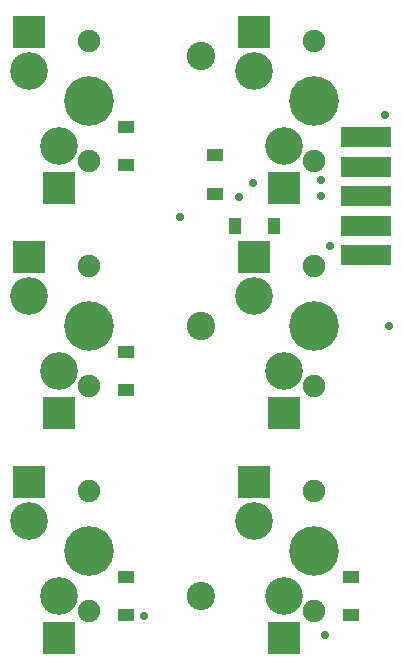
<source format=gbs>
G04 EAGLE Gerber RS-274X export*
G75*
%MOMM*%
%FSLAX34Y34*%
%LPD*%
%INSoldermask Bottom*%
%IPPOS*%
%AMOC8*
5,1,8,0,0,1.08239X$1,22.5*%
G01*
G04 Define Apertures*
%ADD10C,2.403200*%
%ADD11R,1.423200X1.113200*%
%ADD12R,1.113200X1.423200*%
%ADD13C,3.203200*%
%ADD14R,2.753200X2.703200*%
%ADD15C,4.203600*%
%ADD16C,1.903200*%
%ADD17R,4.203200X1.703200*%
%ADD18C,0.705600*%
D10*
X0Y228600D03*
X0Y-228600D03*
X0Y0D03*
D11*
X-63500Y136050D03*
X-63500Y168750D03*
X-63500Y-54450D03*
X-63500Y-21750D03*
X-63500Y-244950D03*
X-63500Y-212250D03*
X11900Y111950D03*
X11900Y144650D03*
D12*
X29150Y84700D03*
X61850Y84700D03*
D11*
X127000Y-244950D03*
X127000Y-212250D03*
D13*
X-146050Y215900D03*
X-120650Y152400D03*
D14*
X-120650Y116900D03*
D15*
X-95250Y190500D03*
D14*
X-146050Y248900D03*
D16*
X-95250Y241300D03*
X-95250Y139700D03*
D13*
X-146050Y25400D03*
X-120650Y-38100D03*
D14*
X-120650Y-73600D03*
D15*
X-95250Y0D03*
D14*
X-146050Y58400D03*
D16*
X-95250Y50800D03*
X-95250Y-50800D03*
D13*
X-146050Y-165100D03*
X-120650Y-228600D03*
D14*
X-120650Y-264100D03*
D15*
X-95250Y-190500D03*
D14*
X-146050Y-132100D03*
D16*
X-95250Y-139700D03*
X-95250Y-241300D03*
D13*
X44450Y215900D03*
X69850Y152400D03*
D14*
X69850Y116900D03*
D15*
X95250Y190500D03*
D14*
X44450Y248900D03*
D16*
X95250Y241300D03*
X95250Y139700D03*
D13*
X44450Y25400D03*
X69850Y-38100D03*
D14*
X69850Y-73600D03*
D15*
X95250Y0D03*
D14*
X44450Y58400D03*
D16*
X95250Y50800D03*
X95250Y-50800D03*
D13*
X44450Y-165100D03*
X69850Y-228600D03*
D14*
X69850Y-264100D03*
D15*
X95250Y-190500D03*
D14*
X44450Y-132100D03*
D16*
X95250Y-139700D03*
X95250Y-241300D03*
D17*
X140000Y60000D03*
X140000Y85000D03*
X140000Y110000D03*
X140000Y135000D03*
X140000Y160000D03*
D18*
X-17400Y92400D03*
X108900Y67900D03*
X32100Y109300D03*
X101400Y110300D03*
X101800Y124000D03*
X44300Y121500D03*
X-48300Y-245400D03*
X105300Y-261900D03*
X159500Y0D03*
X155400Y178500D03*
M02*

</source>
